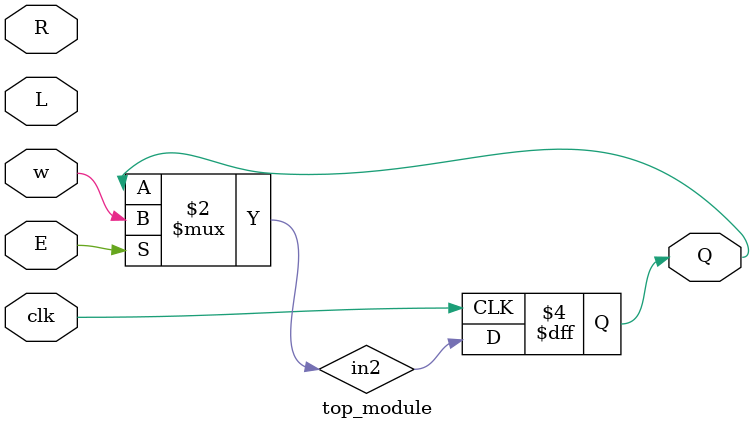
<source format=v>
module top_module (
    input clk,
    input w, R, E, L,
    output reg Q
);

	wire in1, in2; // gồm bộ mux đầu tiên và các bộ mux tiếp theo(2)
	
	assign in1 = L ? R : w;
	assign in2 = E ? w : Q;
	
	always @(posedge clk) begin
		Q <= in2;
	end
endmodule

/*
MUX1 chọn giữa R và w, điều khiển bởi L.

MUX2 chọn giữa kết quả từ MUX1 và Q cũ, điều khiển bởi E.

Kết quả cuối cùng được chốt vào Q tại cạnh lên của clk.

*/

</source>
